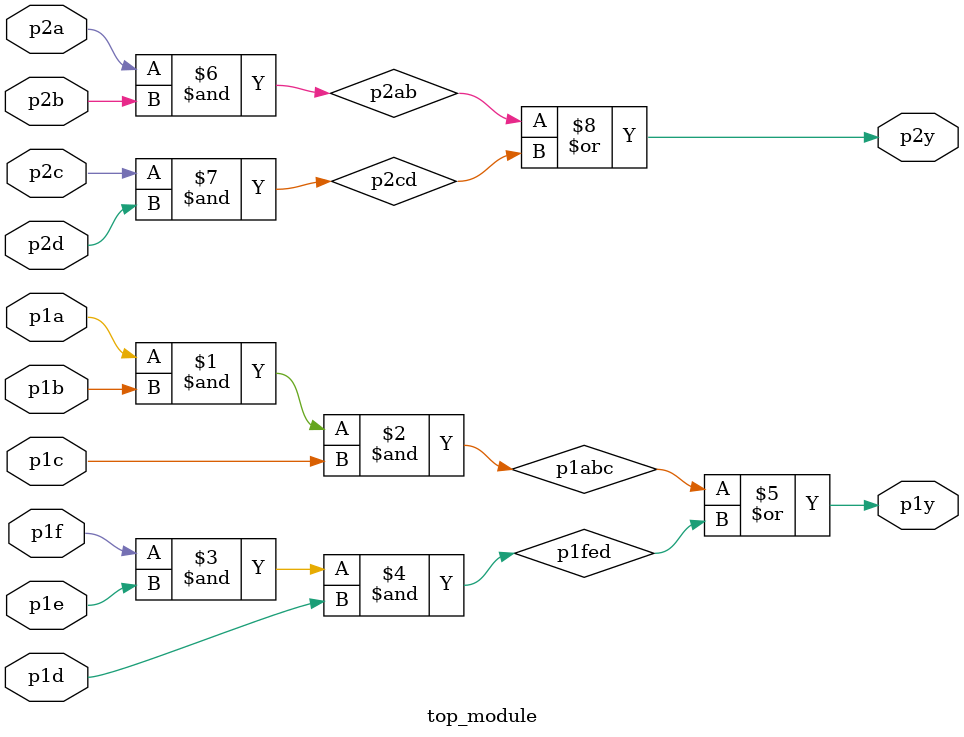
<source format=v>
module top_module ( 
    input p1a, p1b, p1c, p1d, p1e, p1f,
    output p1y,
    input p2a, p2b, p2c, p2d,
    output p2y 
);

wire p1abc, p1fed, p2ab, p2cd;

// about p1 pin
assign p1abc = p1a & p1b & p1c;
assign p1fed = p1f & p1e & p1d;
assign p1y = p1abc|p1fed;

// about p2 pin
assign p2ab = p2a & p2b;
assign p2cd = p2c & p2d;
assign p2y = p2ab|p2cd;

endmodule
</source>
